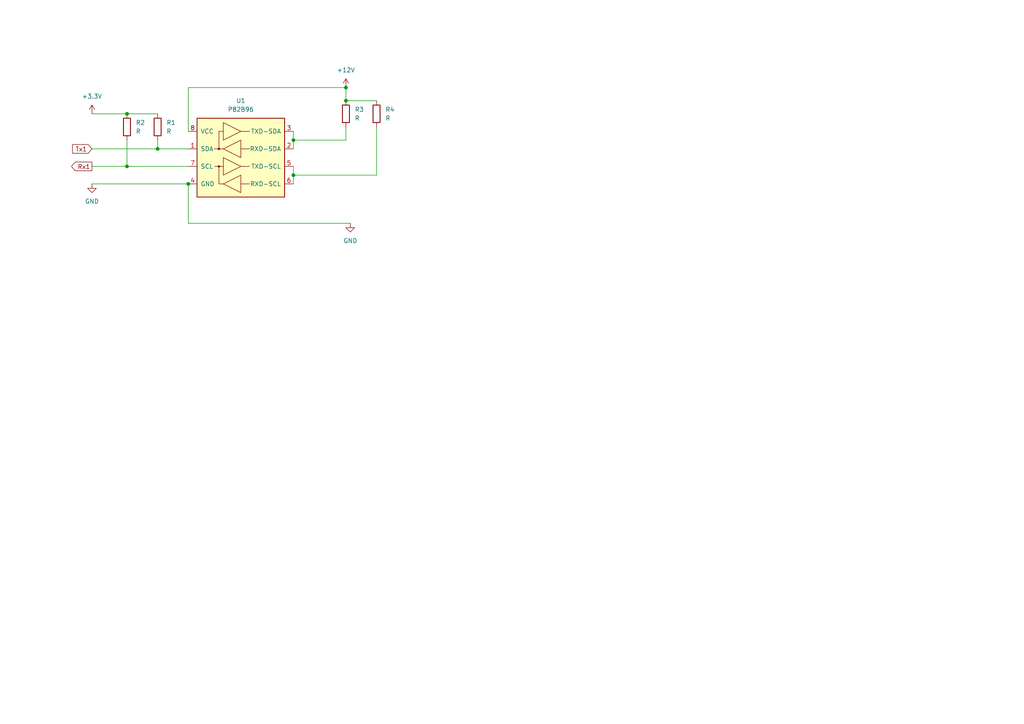
<source format=kicad_sch>
(kicad_sch (version 20230121) (generator eeschema)
  (paper "A4")
  (lib_symbols
    (symbol "Device:R" (pin_numbers hide) (pin_names (offset 0))
      (property "Reference" "R" (at 2.032 0 90))
      (property "Value" "R" (at 0 0 90))
      (symbol "R_0_1"
        (rectangle (start -1.016 -2.54) (end 1.016 2.54) (stroke (width 0.254)))
      )
      (symbol "R_1_1"
        (pin passive line (at 0 3.81 270) (length 1.27) (name "~") (number "1"))
        (pin passive line (at 0 -3.81 90) (length 1.27) (name "~") (number "2"))
      )
    )
    (symbol "Interface_Expansion:P82B96" (pin_names (offset 1.016))
      (property "Reference" "U" (at -12.7 12.7 0))
      (property "Value" "P82B96" (at 5.08 12.7 0))
      (symbol "P82B96_0_1"
        (rectangle (start -12.7 11.43) (end 12.7 -11.43) (stroke (width 0.254)) (fill (type background)))
        (circle (center -6.35 -2.54) (radius 0.127))
        (circle (center -6.35 -2.54) (radius 0.254))
        (circle (center -6.35 2.54) (radius 0.127))
        (circle (center -6.35 2.54) (radius 0.254))
        (polyline (pts (xy -5.08 -2.54) (xy -7.62 -2.54)))
        (polyline (pts (xy 0 -7.62) (xy 2.54 -7.62)))
        (polyline (pts (xy 0 -2.54) (xy 2.54 -2.54)))
        (polyline (pts (xy -5.08 -7.62) (xy -6.35 -7.62) (xy -6.35 -2.54)))
        (polyline (pts (xy -5.08 2.54) (xy -7.62 2.54) (xy -7.62 2.54)))
        (polyline (pts (xy 0 7.62) (xy 2.54 7.62) (xy 2.54 7.62)))
        (polyline (pts (xy 2.54 2.54) (xy 0 2.54) (xy 0 2.54)))
        (polyline (pts (xy -6.35 2.54) (xy -6.35 7.62) (xy -5.08 7.62) (xy -5.08 7.62)))
        (polyline (pts (xy -5.08 0) (xy -5.08 -5.08) (xy 0 -2.54) (xy -5.08 0) (xy -5.08 0)))
        (polyline (pts (xy -5.08 10.16) (xy -5.08 5.08) (xy 0 7.62) (xy -5.08 10.16) (xy -5.08 10.16)))
        (polyline (pts (xy 0 -5.08) (xy -5.08 -7.62) (xy 0 -10.16) (xy 0 -5.08) (xy 0 -5.08)))
        (polyline (pts (xy 0 5.08) (xy -5.08 2.54) (xy 0 0) (xy 0 5.08) (xy 0 5.08)))
      )
      (symbol "P82B96_1_1"
        (pin bidirectional line (at -15.24 2.54 0) (length 2.54) (name "SDA") (number "1"))
        (pin input line (at 15.24 2.54 180) (length 2.54) (name "RXD-SDA") (number "2"))
        (pin output line (at 15.24 7.62 180) (length 2.54) (name "TXD-SDA") (number "3"))
        (pin power_in line (at -15.24 -7.62 0) (length 2.54) (name "GND") (number "4"))
        (pin output line (at 15.24 -2.54 180) (length 2.54) (name "TXD-SCL") (number "5"))
        (pin input line (at 15.24 -7.62 180) (length 2.54) (name "RXD-SCL") (number "6"))
        (pin bidirectional line (at -15.24 -2.54 0) (length 2.54) (name "SCL") (number "7"))
        (pin power_in line (at -15.24 7.62 0) (length 2.54) (name "VCC") (number "8"))
      )
    )
    (symbol "power:+12V" (power) (pin_names (offset 0))
      (property "Value" "+12V" (at 0 3.556 0))
      (symbol "+12V_0_1"
        (polyline (pts (xy -0.762 1.27) (xy 0 2.54)))
        (polyline (pts (xy 0 0) (xy 0 2.54)))
        (polyline (pts (xy 0 2.54) (xy 0.762 1.27)))
      )
      (symbol "+12V_1_1"
        (pin power_in line (at 0 0 90) (length 0) hide (name "+12V") (number "1"))
      )
    )
    (symbol "power:+3.3V" (power) (pin_names (offset 0))
      (property "Value" "+3.3V" (at 0 3.556 0))
      (symbol "+3.3V_0_1"
        (polyline (pts (xy -0.762 1.27) (xy 0 2.54)))
        (polyline (pts (xy 0 0) (xy 0 2.54)))
        (polyline (pts (xy 0 2.54) (xy 0.762 1.27)))
      )
      (symbol "+3.3V_1_1"
        (pin power_in line (at 0 0 90) (length 0) hide (name "+3.3V") (number "1"))
      )
    )
    (symbol "power:GND" (power) (pin_names (offset 0))
      (property "Value" "GND" (at 0 -3.81 0))
      (symbol "GND_0_1"
        (polyline (pts (xy 0 0) (xy 0 -1.27) (xy 1.27 -1.27) (xy 0 -2.54) (xy -1.27 -1.27) (xy 0 -1.27)))
      )
      (symbol "GND_1_1"
        (pin power_in line (at 0 0 270) (length 0) hide (name "GND") (number "1"))
      )
    )
  )
  (junction (at 100.33 25.4))
  (junction (at 54.61 53.34))
  (junction (at 85.09 40.64))
  (junction (at 45.72 43.18))
  (junction (at 36.83 33.02))
  (junction (at 100.33 29.21))
  (junction (at 85.09 50.8))
  (junction (at 36.83 48.26))
  (wire (pts (xy 100.33 40.64) (xy 85.09 40.64)))
  (wire (pts (xy 36.83 40.64) (xy 36.83 48.26)))
  (wire (pts (xy 26.67 33.02) (xy 36.83 33.02)))
  (wire (pts (xy 45.72 40.64) (xy 45.72 43.18)))
  (wire (pts (xy 100.33 25.4) (xy 100.33 29.21)))
  (wire (pts (xy 36.83 48.26) (xy 54.61 48.26)))
  (wire (pts (xy 36.83 33.02) (xy 45.72 33.02)))
  (wire (pts (xy 26.67 43.18) (xy 45.72 43.18)))
  (wire (pts (xy 54.61 38.1) (xy 54.61 25.4)))
  (wire (pts (xy 26.67 48.26) (xy 36.83 48.26)))
  (wire (pts (xy 100.33 36.83) (xy 100.33 40.64)))
  (wire (pts (xy 26.67 53.34) (xy 54.61 53.34)))
  (wire (pts (xy 45.72 43.18) (xy 54.61 43.18)))
  (wire (pts (xy 54.61 25.4) (xy 100.33 25.4)))
  (wire (pts (xy 54.61 53.34) (xy 54.61 64.77)))
  (wire (pts (xy 109.22 36.83) (xy 109.22 50.8)))
  (wire (pts (xy 85.09 50.8) (xy 85.09 53.34)))
  (wire (pts (xy 54.61 64.77) (xy 101.6 64.77)))
  (wire (pts (xy 109.22 50.8) (xy 85.09 50.8)))
  (wire (pts (xy 85.09 40.64) (xy 85.09 43.18)))
  (wire (pts (xy 85.09 48.26) (xy 85.09 50.8)))
  (wire (pts (xy 100.33 29.21) (xy 109.22 29.21)))
  (wire (pts (xy 85.09 38.1) (xy 85.09 40.64)))
  (global_label "Rx1" (shape output) (at 26.67 48.26 180) (property "Intersheetrefs" "${INTERSHEET_REFS}" (effects hide)))
  (global_label "Tx1" (shape input) (at 26.67 43.18 180) (property "Intersheetrefs" "${INTERSHEET_REFS}" (effects hide)))
  (symbol (lib_id "Interface_Expansion:P82B96") (at 69.85 45.72 0) (unit 1)
    (property "Reference" "U1" (at 69.85 29.21 0))
    (property "Value" "P82B96" (at 69.85 31.75 0))
    (property "Datasheet" "http://www.nxp.com/documents/data_sheet/P82B96.pdf" (effects hide))
  )
  (symbol (lib_id "Device:R") (at 45.72 36.83 0) (unit 1)
    (property "Reference" "R1" (at 48.26 35.56 0) (effects (justify left)))
    (property "Value" "R" (at 48.26 38.1 0) (effects (justify left)))
  )
  (symbol (lib_id "Device:R") (at 100.33 33.02 0) (unit 1)
    (property "Reference" "R3" (at 102.87 31.75 0) (effects (justify left)))
    (property "Value" "R" (at 102.87 34.29 0) (effects (justify left)))
  )
  (symbol (lib_id "Device:R") (at 36.83 36.83 0) (unit 1)
    (property "Reference" "R2" (at 39.37 35.56 0) (effects (justify left)))
    (property "Value" "R" (at 39.37 38.1 0) (effects (justify left)))
  )
  (symbol (lib_id "power:GND") (at 101.6 64.77 0) (unit 1)
    (property "Reference" "#PWR03" (effects hide))
    (property "Value" "GND" (at 101.6 69.85 0))
  )
  (symbol (lib_id "power:GND") (at 26.67 53.34 0) (unit 1)
    (property "Reference" "#PWR04" (effects hide))
    (property "Value" "GND" (at 26.67 58.42 0))
  )
  (symbol (lib_id "power:+12V") (at 100.33 25.4 0) (unit 1)
    (property "Reference" "#PWR02" (effects hide))
    (property "Value" "+12V" (at 100.33 20.32 0))
  )
  (symbol (lib_id "Device:R") (at 109.22 33.02 0) (unit 1)
    (property "Reference" "R4" (at 111.76 31.75 0) (effects (justify left)))
    (property "Value" "R" (at 111.76 34.29 0) (effects (justify left)))
  )
  (symbol (lib_id "power:+3.3V") (at 26.67 33.02 0) (unit 1)
    (property "Reference" "#PWR01" (effects hide))
    (property "Value" "+3.3V" (at 26.67 27.94 0))
  )
)
</source>
